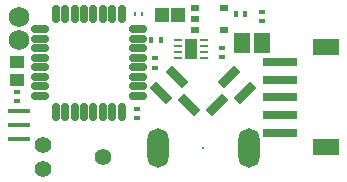
<source format=gts>
G04*
G04 #@! TF.GenerationSoftware,Altium Limited,Altium Designer,22.6.1 (34)*
G04*
G04 Layer_Color=8388736*
%FSLAX25Y25*%
%MOIN*%
G70*
G04*
G04 #@! TF.SameCoordinates,96458179-A28E-47A4-AC93-062C7FCE65E1*
G04*
G04*
G04 #@! TF.FilePolarity,Negative*
G04*
G01*
G75*
%ADD19R,0.11800X0.02800*%
%ADD21R,0.02500X0.00984*%
%ADD22R,0.03937X0.06693*%
%ADD24R,0.01575X0.01968*%
%ADD25R,0.03150X0.02165*%
%ADD27R,0.01968X0.01575*%
%ADD29R,0.07480X0.01575*%
%ADD30R,0.05151X0.03960*%
%ADD31R,0.00984X0.01181*%
%ADD32R,0.04737X0.05131*%
%ADD33O,0.06115X0.02965*%
%ADD34O,0.02965X0.06115*%
%ADD35R,0.08700X0.05500*%
G04:AMPARAMS|DCode=36|XSize=29.65mil|YSize=78.87mil|CornerRadius=0mil|HoleSize=0mil|Usage=FLASHONLY|Rotation=45.000|XOffset=0mil|YOffset=0mil|HoleType=Round|Shape=Rectangle|*
%AMROTATEDRECTD36*
4,1,4,0.01740,-0.03837,-0.03837,0.01740,-0.01740,0.03837,0.03837,-0.01740,0.01740,-0.03837,0.0*
%
%ADD36ROTATEDRECTD36*%

G04:AMPARAMS|DCode=37|XSize=29.65mil|YSize=78.87mil|CornerRadius=0mil|HoleSize=0mil|Usage=FLASHONLY|Rotation=315.000|XOffset=0mil|YOffset=0mil|HoleType=Round|Shape=Rectangle|*
%AMROTATEDRECTD37*
4,1,4,-0.03837,-0.01740,0.01740,0.03837,0.03837,0.01740,-0.01740,-0.03837,-0.03837,-0.01740,0.0*
%
%ADD37ROTATEDRECTD37*%

%ADD38R,0.05328X0.06509*%
%ADD39C,0.00800*%
G04:AMPARAMS|DCode=40|XSize=71.78mil|YSize=131.62mil|CornerRadius=35.89mil|HoleSize=0mil|Usage=FLASHONLY|Rotation=180.000|XOffset=0mil|YOffset=0mil|HoleType=Round|Shape=RoundedRectangle|*
%AMROUNDEDRECTD40*
21,1,0.07178,0.05984,0,0,180.0*
21,1,0.00000,0.13162,0,0,180.0*
1,1,0.07178,0.00000,0.02992*
1,1,0.07178,0.00000,0.02992*
1,1,0.07178,0.00000,-0.02992*
1,1,0.07178,0.00000,-0.02992*
%
%ADD40ROUNDEDRECTD40*%
%ADD41C,0.05600*%
%ADD42C,0.06800*%
D19*
X91900Y40911D02*
D03*
Y35006D02*
D03*
Y29100D02*
D03*
Y23195D02*
D03*
Y17289D02*
D03*
D21*
X58097Y42294D02*
D03*
X66503D02*
D03*
X58097Y44263D02*
D03*
Y46232D02*
D03*
Y48200D02*
D03*
X66503Y44263D02*
D03*
Y46232D02*
D03*
Y48200D02*
D03*
D22*
X62300Y45200D02*
D03*
D24*
X49050Y48100D02*
D03*
X52200D02*
D03*
X80375Y56900D02*
D03*
X77225D02*
D03*
D25*
X73149Y51500D02*
D03*
X63700D02*
D03*
Y55240D02*
D03*
X73149Y58980D02*
D03*
X63700D02*
D03*
D27*
X72600Y42525D02*
D03*
Y45675D02*
D03*
X50200Y42050D02*
D03*
Y38900D02*
D03*
X85900Y54425D02*
D03*
Y57575D02*
D03*
X4200Y30850D02*
D03*
Y27700D02*
D03*
X44425Y25275D02*
D03*
Y22125D02*
D03*
D29*
X5100Y24524D02*
D03*
Y19800D02*
D03*
Y15076D02*
D03*
D30*
X4200Y35000D02*
D03*
Y40718D02*
D03*
D31*
X43638Y56800D02*
D03*
X46000D02*
D03*
D32*
X57956Y56500D02*
D03*
X52444D02*
D03*
D33*
X44500Y51700D02*
D03*
X11823D02*
D03*
Y48550D02*
D03*
Y45401D02*
D03*
Y42251D02*
D03*
Y39102D02*
D03*
Y35952D02*
D03*
Y32802D02*
D03*
Y29653D02*
D03*
X44500D02*
D03*
Y32802D02*
D03*
Y35952D02*
D03*
Y39102D02*
D03*
Y42251D02*
D03*
Y45401D02*
D03*
Y48550D02*
D03*
D34*
X17138Y24338D02*
D03*
X20287D02*
D03*
X23437D02*
D03*
X26587D02*
D03*
X29736D02*
D03*
X32886D02*
D03*
X36035D02*
D03*
X39185D02*
D03*
Y57015D02*
D03*
X36035D02*
D03*
X32886D02*
D03*
X29736D02*
D03*
X26587D02*
D03*
X23437D02*
D03*
X20287D02*
D03*
X17138D02*
D03*
D35*
X107262Y45832D02*
D03*
Y12368D02*
D03*
D36*
X61600Y26400D02*
D03*
X52274Y30437D02*
D03*
X57563Y35726D02*
D03*
D37*
X80226Y30437D02*
D03*
X74937Y35726D02*
D03*
X70900Y26400D02*
D03*
D38*
X86045Y47100D02*
D03*
X79155D02*
D03*
D39*
X66300Y12100D02*
D03*
D40*
X51143D02*
D03*
X81457D02*
D03*
D41*
X12800Y13100D02*
D03*
Y5100D02*
D03*
X32800Y9100D02*
D03*
D42*
X5100Y48100D02*
D03*
Y55974D02*
D03*
M02*

</source>
